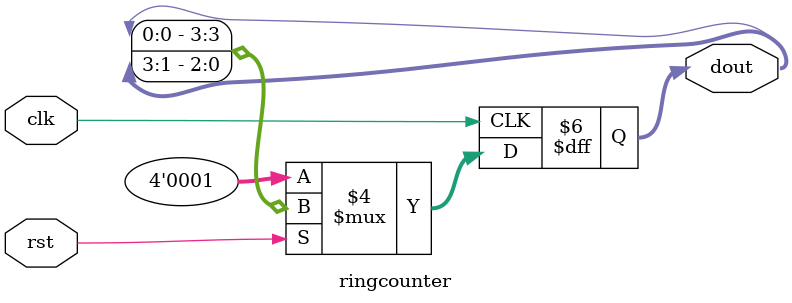
<source format=v>
`timescale 1ns / 1ps
module ringcounter(dout,clk,rst);
input clk,rst;
output [3:0]dout;
reg [3:0] dout;
always @ (posedge clk)
begin
if(rst==0)
dout=4'b0001;
else
dout={dout[0],dout[3:1]};
end
endmodule

</source>
